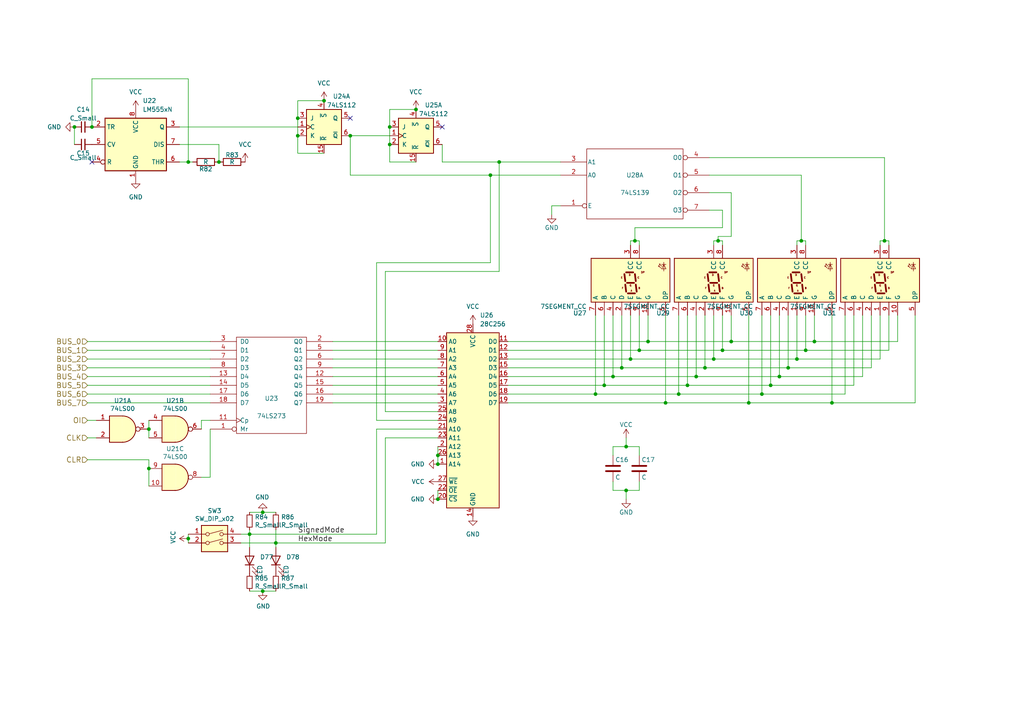
<source format=kicad_sch>
(kicad_sch (version 20211123) (generator eeschema)
  (paper "A4")
  (lib_symbols
    (symbol "74xx:74LS00" (pin_names (offset 1.016))
      (property "Reference" "U" (at 0 1.27 0))
      (property "Value" "74LS00" (at 0 -1.27 0))
      (symbol "74LS00_1_1"
        (arc (start 0 -3.81) (mid 3.81 0) (end 0 3.81) (stroke (width 0.254)) (fill (type background)))
        (polyline (pts (xy 0 3.81) (xy -3.81 3.81) (xy -3.81 -3.81) (xy 0 -3.81)) (stroke (width 0.254)) (fill (type background)))
        (pin input line (at -7.62 2.54 0) (length 3.81) (name "~") (number "1"))
        (pin input line (at -7.62 -2.54 0) (length 3.81) (name "~") (number "2"))
        (pin output inverted (at 7.62 0 180) (length 3.81) (name "~") (number "3"))
      )
      (symbol "74LS00_1_2"
        (arc (start -3.81 -3.81) (mid -2.589 0) (end -3.81 3.81) (stroke (width 0.254)))
        (arc (start -0.6096 -3.81) (mid 2.1842 -2.5851) (end 3.81 0) (stroke (width 0.254)) (fill (type background)))
        (polyline (pts (xy -3.81 -3.81) (xy -0.635 -3.81)) (stroke (width 0.254)) (fill (type background)))
        (polyline (pts (xy -3.81 3.81) (xy -0.635 3.81)) (stroke (width 0.254)) (fill (type background)))
        (polyline (pts (xy -0.635 3.81) (xy -3.81 3.81) (xy -3.81 3.81) (xy -3.556 3.4036) (xy -3.0226 2.2606) (xy -2.6924 1.0414) (xy -2.6162 -0.254) (xy -2.7686 -1.4986) (xy -3.175 -2.7178) (xy -3.81 -3.81) (xy -3.81 -3.81) (xy -0.635 -3.81)) (stroke (width -25.4)) (fill (type background)))
        (arc (start 3.81 0) (mid 2.1915 2.5936) (end -0.6096 3.81) (stroke (width 0.254)) (fill (type background)))
        (pin input inverted (at -7.62 2.54 0) (length 4.318) (name "~") (number "1"))
        (pin input inverted (at -7.62 -2.54 0) (length 4.318) (name "~") (number "2"))
        (pin output line (at 7.62 0 180) (length 3.81) (name "~") (number "3"))
      )
      (symbol "74LS00_2_1"
        (arc (start 0 -3.81) (mid 3.81 0) (end 0 3.81) (stroke (width 0.254)) (fill (type background)))
        (polyline (pts (xy 0 3.81) (xy -3.81 3.81) (xy -3.81 -3.81) (xy 0 -3.81)) (stroke (width 0.254)) (fill (type background)))
        (pin input line (at -7.62 2.54 0) (length 3.81) (name "~") (number "4"))
        (pin input line (at -7.62 -2.54 0) (length 3.81) (name "~") (number "5"))
        (pin output inverted (at 7.62 0 180) (length 3.81) (name "~") (number "6"))
      )
      (symbol "74LS00_2_2"
        (arc (start -3.81 -3.81) (mid -2.589 0) (end -3.81 3.81) (stroke (width 0.254)))
        (arc (start -0.6096 -3.81) (mid 2.1842 -2.5851) (end 3.81 0) (stroke (width 0.254)) (fill (type background)))
        (polyline (pts (xy -3.81 -3.81) (xy -0.635 -3.81)) (stroke (width 0.254)) (fill (type background)))
        (polyline (pts (xy -3.81 3.81) (xy -0.635 3.81)) (stroke (width 0.254)) (fill (type background)))
        (polyline (pts (xy -0.635 3.81) (xy -3.81 3.81) (xy -3.81 3.81) (xy -3.556 3.4036) (xy -3.0226 2.2606) (xy -2.6924 1.0414) (xy -2.6162 -0.254) (xy -2.7686 -1.4986) (xy -3.175 -2.7178) (xy -3.81 -3.81) (xy -3.81 -3.81) (xy -0.635 -3.81)) (stroke (width -25.4)) (fill (type background)))
        (arc (start 3.81 0) (mid 2.1915 2.5936) (end -0.6096 3.81) (stroke (width 0.254)) (fill (type background)))
        (pin input inverted (at -7.62 2.54 0) (length 4.318) (name "~") (number "4"))
        (pin input inverted (at -7.62 -2.54 0) (length 4.318) (name "~") (number "5"))
        (pin output line (at 7.62 0 180) (length 3.81) (name "~") (number "6"))
      )
      (symbol "74LS00_3_1"
        (arc (start 0 -3.81) (mid 3.81 0) (end 0 3.81) (stroke (width 0.254)) (fill (type background)))
        (polyline (pts (xy 0 3.81) (xy -3.81 3.81) (xy -3.81 -3.81) (xy 0 -3.81)) (stroke (width 0.254)) (fill (type background)))
        (pin input line (at -7.62 -2.54 0) (length 3.81) (name "~") (number "10"))
        (pin output inverted (at 7.62 0 180) (length 3.81) (name "~") (number "8"))
        (pin input line (at -7.62 2.54 0) (length 3.81) (name "~") (number "9"))
      )
      (symbol "74LS00_3_2"
        (arc (start -3.81 -3.81) (mid -2.589 0) (end -3.81 3.81) (stroke (width 0.254)))
        (arc (start -0.6096 -3.81) (mid 2.1842 -2.5851) (end 3.81 0) (stroke (width 0.254)) (fill (type background)))
        (polyline (pts (xy -3.81 -3.81) (xy -0.635 -3.81)) (stroke (width 0.254)) (fill (type background)))
        (polyline (pts (xy -3.81 3.81) (xy -0.635 3.81)) (stroke (width 0.254)) (fill (type background)))
        (polyline (pts (xy -0.635 3.81) (xy -3.81 3.81) (xy -3.81 3.81) (xy -3.556 3.4036) (xy -3.0226 2.2606) (xy -2.6924 1.0414) (xy -2.6162 -0.254) (xy -2.7686 -1.4986) (xy -3.175 -2.7178) (xy -3.81 -3.81) (xy -3.81 -3.81) (xy -0.635 -3.81)) (stroke (width -25.4)) (fill (type background)))
        (arc (start 3.81 0) (mid 2.1915 2.5936) (end -0.6096 3.81) (stroke (width 0.254)) (fill (type background)))
        (pin input inverted (at -7.62 -2.54 0) (length 4.318) (name "~") (number "10"))
        (pin output line (at 7.62 0 180) (length 3.81) (name "~") (number "8"))
        (pin input inverted (at -7.62 2.54 0) (length 4.318) (name "~") (number "9"))
      )
      (symbol "74LS00_4_1"
        (arc (start 0 -3.81) (mid 3.81 0) (end 0 3.81) (stroke (width 0.254)) (fill (type background)))
        (polyline (pts (xy 0 3.81) (xy -3.81 3.81) (xy -3.81 -3.81) (xy 0 -3.81)) (stroke (width 0.254)) (fill (type background)))
        (pin output inverted (at 7.62 0 180) (length 3.81) (name "~") (number "11"))
        (pin input line (at -7.62 2.54 0) (length 3.81) (name "~") (number "12"))
        (pin input line (at -7.62 -2.54 0) (length 3.81) (name "~") (number "13"))
      )
      (symbol "74LS00_4_2"
        (arc (start -3.81 -3.81) (mid -2.589 0) (end -3.81 3.81) (stroke (width 0.254)))
        (arc (start -0.6096 -3.81) (mid 2.1842 -2.5851) (end 3.81 0) (stroke (width 0.254)) (fill (type background)))
        (polyline (pts (xy -3.81 -3.81) (xy -0.635 -3.81)) (stroke (width 0.254)) (fill (type background)))
        (polyline (pts (xy -3.81 3.81) (xy -0.635 3.81)) (stroke (width 0.254)) (fill (type background)))
        (polyline (pts (xy -0.635 3.81) (xy -3.81 3.81) (xy -3.81 3.81) (xy -3.556 3.4036) (xy -3.0226 2.2606) (xy -2.6924 1.0414) (xy -2.6162 -0.254) (xy -2.7686 -1.4986) (xy -3.175 -2.7178) (xy -3.81 -3.81) (xy -3.81 -3.81) (xy -0.635 -3.81)) (stroke (width -25.4)) (fill (type background)))
        (arc (start 3.81 0) (mid 2.1915 2.5936) (end -0.6096 3.81) (stroke (width 0.254)) (fill (type background)))
        (pin output line (at 7.62 0 180) (length 3.81) (name "~") (number "11"))
        (pin input inverted (at -7.62 2.54 0) (length 4.318) (name "~") (number "12"))
        (pin input inverted (at -7.62 -2.54 0) (length 4.318) (name "~") (number "13"))
      )
      (symbol "74LS00_5_0"
        (pin power_in line (at 0 12.7 270) (length 5.08) (name "VCC") (number "14"))
        (pin power_in line (at 0 -12.7 90) (length 5.08) (name "GND") (number "7"))
      )
      (symbol "74LS00_5_1"
        (rectangle (start -5.08 7.62) (end 5.08 -7.62) (stroke (width 0.254)) (fill (type background)))
      )
    )
    (symbol "74xx:74LS112" (pin_names (offset 1.016))
      (property "Reference" "U" (at -7.62 8.89 0))
      (property "Value" "74LS112" (at -7.62 -8.89 0))
      (symbol "74LS112_1_0"
        (pin input clock (at -7.62 0 0) (length 2.54) (name "C") (number "1"))
        (pin input line (at 0 -7.62 90) (length 2.54) (name "~{R}") (number "15"))
        (pin input line (at -7.62 -2.54 0) (length 2.54) (name "K") (number "2"))
        (pin input line (at -7.62 2.54 0) (length 2.54) (name "J") (number "3"))
        (pin input line (at 0 7.62 270) (length 2.54) (name "~{S}") (number "4"))
        (pin output line (at 7.62 2.54 180) (length 2.54) (name "Q") (number "5"))
        (pin output line (at 7.62 -2.54 180) (length 2.54) (name "~{Q}") (number "6"))
      )
      (symbol "74LS112_1_1"
        (rectangle (start -5.08 5.08) (end 5.08 -5.08) (stroke (width 0.254)) (fill (type background)))
      )
      (symbol "74LS112_2_0"
        (pin input line (at 0 7.62 270) (length 2.54) (name "~{S}") (number "10"))
        (pin input line (at -7.62 2.54 0) (length 2.54) (name "J") (number "11"))
        (pin input line (at -7.62 -2.54 0) (length 2.54) (name "K") (number "12"))
        (pin input clock (at -7.62 0 0) (length 2.54) (name "C") (number "13"))
        (pin input line (at 0 -7.62 90) (length 2.54) (name "~{R}") (number "14"))
        (pin output line (at 7.62 -2.54 180) (length 2.54) (name "~{Q}") (number "7"))
        (pin output line (at 7.62 2.54 180) (length 2.54) (name "Q") (number "9"))
      )
      (symbol "74LS112_2_1"
        (rectangle (start -5.08 5.08) (end 5.08 -5.08) (stroke (width 0.254)) (fill (type background)))
      )
      (symbol "74LS112_3_0"
        (pin power_in line (at 0 10.16 270) (length 2.54) (name "VCC") (number "16"))
        (pin power_in line (at 0 -10.16 90) (length 2.54) (name "GND") (number "8"))
      )
      (symbol "74LS112_3_1"
        (rectangle (start -5.08 7.62) (end 5.08 -7.62) (stroke (width 0.254)) (fill (type background)))
      )
    )
    (symbol "8bit-computer-rescue:74LS139-8bit-computer-rescue" (pin_names (offset 0.254))
      (property "Reference" "U" (at 0 2.54 0))
      (property "Value" "74LS139-8bit-computer-rescue" (at 0 -2.54 0))
      (symbol "74LS139-8bit-computer-rescue_0_0"
        (rectangle (start -13.97 -10.16) (end 13.97 10.16))
        (pin power_in line (at -11.43 10.16 90) (length 0) hide (name "VCC") (number "16"))
        (pin power_in line (at -11.43 -10.16 90) (length 0) hide (name "GND") (number "8"))
      )
      (symbol "74LS139-8bit-computer-rescue_1_1"
        (pin input inverted (at -21.59 -6.35 0) (length 7.62) (name "E") (number "1"))
        (pin input line (at -21.59 2.54 0) (length 7.62) (name "A0") (number "2"))
        (pin input line (at -21.59 6.35 0) (length 7.62) (name "A1") (number "3"))
        (pin output inverted (at 21.59 7.62 180) (length 7.62) (name "O0") (number "4"))
        (pin output inverted (at 21.59 2.54 180) (length 7.62) (name "O1") (number "5"))
        (pin output inverted (at 21.59 -2.54 180) (length 7.62) (name "O2") (number "6"))
        (pin output inverted (at 21.59 -7.62 180) (length 7.62) (name "O3") (number "7"))
      )
      (symbol "74LS139-8bit-computer-rescue_2_1"
        (pin output inverted (at 21.59 -2.54 180) (length 7.62) (name "O2") (number "10"))
        (pin output inverted (at 21.59 2.54 180) (length 7.62) (name "O1") (number "11"))
        (pin output inverted (at 21.59 7.62 180) (length 7.62) (name "O0") (number "12"))
        (pin input line (at -21.59 6.35 0) (length 7.62) (name "A1") (number "13"))
        (pin input line (at -21.59 2.54 0) (length 7.62) (name "A0") (number "14"))
        (pin input inverted (at -21.59 -6.35 0) (length 7.62) (name "E") (number "15"))
        (pin output inverted (at 21.59 -7.62 180) (length 7.62) (name "O3") (number "9"))
      )
    )
    (symbol "8bit-computer-rescue:74LS273-8bit-computer-rescue" (pin_names (offset 1.016))
      (property "Reference" "U" (at 0 -3.81 0))
      (property "Value" "74LS273-8bit-computer-rescue" (at 0 -8.89 0))
      (symbol "74LS273-8bit-computer-rescue_0_0"
        (pin power_in line (at -7.62 -13.97 90) (length 0) hide (name "GND") (number "10"))
        (pin power_in line (at -7.62 13.97 90) (length 0) hide (name "VCC") (number "20"))
      )
      (symbol "74LS273-8bit-computer-rescue_0_1"
        (rectangle (start -10.16 13.97) (end 10.16 -13.97))
      )
      (symbol "74LS273-8bit-computer-rescue_1_1"
        (pin input inverted (at -17.78 -12.7 0) (length 7.62) (name "Mr") (number "1"))
        (pin input clock (at -17.78 -10.16 0) (length 7.62) (name "Cp") (number "11"))
        (pin output line (at 17.78 2.54 180) (length 7.62) (name "Q4") (number "12"))
        (pin input line (at -17.78 2.54 0) (length 7.62) (name "D4") (number "13"))
        (pin input line (at -17.78 0 0) (length 7.62) (name "D5") (number "14"))
        (pin output line (at 17.78 0 180) (length 7.62) (name "Q5") (number "15"))
        (pin output line (at 17.78 -2.54 180) (length 7.62) (name "Q6") (number "16"))
        (pin input line (at -17.78 -2.54 0) (length 7.62) (name "D6") (number "17"))
        (pin input line (at -17.78 -5.08 0) (length 7.62) (name "D7") (number "18"))
        (pin output line (at 17.78 -5.08 180) (length 7.62) (name "Q7") (number "19"))
        (pin output line (at 17.78 12.7 180) (length 7.62) (name "Q0") (number "2"))
        (pin input line (at -17.78 12.7 0) (length 7.62) (name "D0") (number "3"))
        (pin input line (at -17.78 10.16 0) (length 7.62) (name "D1") (number "4"))
        (pin output line (at 17.78 10.16 180) (length 7.62) (name "Q1") (number "5"))
        (pin output line (at 17.78 7.62 180) (length 7.62) (name "Q2") (number "6"))
        (pin input line (at -17.78 7.62 0) (length 7.62) (name "D2") (number "7"))
        (pin input line (at -17.78 5.08 0) (length 7.62) (name "D3") (number "8"))
        (pin output line (at 17.78 5.08 180) (length 7.62) (name "Q3") (number "9"))
      )
    )
    (symbol "8bit-computer-rescue:7SEGMENT_CC-8bit-computer-rescue" (pin_names (offset 0.635))
      (property "Reference" "U" (at -12.7 9.525 0))
      (property "Value" "7SEGMENT_CC-8bit-computer-rescue" (at -12.7 7.62 0))
      (symbol "7SEGMENT_CC-8bit-computer-rescue_0_0"
        (text "A" (at 0.254 3.048 0) (effects (font (size 0.508 0.508))))
        (text "B" (at 2.54 2.286 0) (effects (font (size 0.508 0.508))))
        (text "C" (at 2.286 -0.762 0) (effects (font (size 0.508 0.508))))
        (text "D" (at -0.254 -1.524 0) (effects (font (size 0.508 0.508))))
        (text "DP" (at 3.556 -2.286 0) (effects (font (size 0.508 0.508))))
        (text "E" (at -2.54 -0.762 0) (effects (font (size 0.508 0.508))))
        (text "F" (at -2.286 2.286 0) (effects (font (size 0.508 0.508))))
        (text "G" (at 0 1.524 0) (effects (font (size 0.508 0.508))))
      )
      (symbol "7SEGMENT_CC-8bit-computer-rescue_0_1"
        (rectangle (start -11.43 -6.35) (end 11.43 6.35) (stroke (width 0.254)) (fill (type background)))
        (polyline (pts (xy -1.524 0.254) (xy -1.778 -1.778)) (stroke (width 0.508)))
        (polyline (pts (xy -1.27 -2.286) (xy 0.762 -2.286)) (stroke (width 0.508)))
        (polyline (pts (xy -1.27 3.302) (xy -1.524 1.27)) (stroke (width 0.508)))
        (polyline (pts (xy -1.016 0.762) (xy 1.016 0.762)) (stroke (width 0.508)))
        (polyline (pts (xy -0.762 3.81) (xy 1.27 3.81)) (stroke (width 0.508)))
        (polyline (pts (xy 1.524 0.254) (xy 1.27 -1.778)) (stroke (width 0.508)))
        (polyline (pts (xy 1.778 3.302) (xy 1.524 1.27)) (stroke (width 0.508)))
        (polyline (pts (xy 2.54 -2.286) (xy 2.54 -2.286)) (stroke (width 0.508)))
        (polyline (pts (xy 8.763 -3.556) (xy 8.128 -4.191)))
        (polyline (pts (xy 9.017 -4.572) (xy 10.287 -4.572)))
        (polyline (pts (xy 9.017 -4.064) (xy 8.382 -4.699)))
        (polyline (pts (xy 9.652 -5.207) (xy 9.652 -2.667)))
        (polyline (pts (xy 8.128 -3.937) (xy 8.128 -4.191) (xy 8.382 -4.191)))
        (polyline (pts (xy 8.382 -4.445) (xy 8.382 -4.699) (xy 8.636 -4.699)))
        (polyline (pts (xy 9.017 -3.302) (xy 10.287 -3.302) (xy 9.652 -4.572) (xy 9.017 -3.302)))
      )
      (symbol "7SEGMENT_CC-8bit-computer-rescue_1_1"
        (pin input line (at 0 10.16 270) (length 3.81) (name "E") (number "1"))
        (pin input line (at 5.08 10.16 270) (length 3.81) (name "G") (number "10"))
        (pin input line (at -2.54 10.16 270) (length 3.81) (name "D") (number "2"))
        (pin input line (at 0 -10.16 90) (length 3.81) (name "CC") (number "3"))
        (pin input line (at -5.08 10.16 270) (length 3.81) (name "C") (number "4"))
        (pin input line (at 10.16 10.16 270) (length 3.81) (name "DP") (number "5"))
        (pin input line (at -7.62 10.16 270) (length 3.81) (name "B") (number "6"))
        (pin input line (at -10.16 10.16 270) (length 3.81) (name "A") (number "7"))
        (pin input line (at 2.54 -10.16 90) (length 3.81) (name "CC") (number "8"))
        (pin input line (at 2.54 10.16 270) (length 3.81) (name "F") (number "9"))
      )
    )
    (symbol "Device:C" (pin_numbers hide) (pin_names (offset 0.254))
      (property "Reference" "C" (at 0.635 2.54 0))
      (property "Value" "C" (at 0.635 -2.54 0))
      (symbol "C_0_1"
        (polyline (pts (xy -2.032 -0.762) (xy 2.032 -0.762)) (stroke (width 0.508)))
        (polyline (pts (xy -2.032 0.762) (xy 2.032 0.762)) (stroke (width 0.508)))
      )
      (symbol "C_1_1"
        (pin passive line (at 0 3.81 270) (length 2.794) (name "~") (number "1"))
        (pin passive line (at 0 -3.81 90) (length 2.794) (name "~") (number "2"))
      )
    )
    (symbol "Device:C_Small" (pin_numbers hide) (pin_names (offset 0.254) hide)
      (property "Reference" "C" (at 0.254 1.778 0))
      (property "Value" "C_Small" (at 0.254 -2.032 0))
      (symbol "C_Small_0_1"
        (polyline (pts (xy -1.524 -0.508) (xy 1.524 -0.508)) (stroke (width 0.3302)))
        (polyline (pts (xy -1.524 0.508) (xy 1.524 0.508)) (stroke (width 0.3048)))
      )
      (symbol "C_Small_1_1"
        (pin passive line (at 0 2.54 270) (length 2.032) (name "~") (number "1"))
        (pin passive line (at 0 -2.54 90) (length 2.032) (name "~") (number "2"))
      )
    )
    (symbol "Device:LED" (pin_numbers hide) (pin_names (offset 1.016) hide)
      (property "Reference" "D" (at 0 2.54 0))
      (property "Value" "LED" (at 0 -2.54 0))
      (symbol "LED_0_1"
        (polyline (pts (xy -1.27 -1.27) (xy -1.27 1.27)) (stroke (width 0.254)))
        (polyline (pts (xy -1.27 0) (xy 1.27 0)))
        (polyline (pts (xy 1.27 -1.27) (xy 1.27 1.27) (xy -1.27 0) (xy 1.27 -1.27)) (stroke (width 0.254)))
        (polyline (pts (xy -3.048 -0.762) (xy -4.572 -2.286) (xy -3.81 -2.286) (xy -4.572 -2.286) (xy -4.572 -1.524)))
        (polyline (pts (xy -1.778 -0.762) (xy -3.302 -2.286) (xy -2.54 -2.286) (xy -3.302 -2.286) (xy -3.302 -1.524)))
      )
      (symbol "LED_1_1"
        (pin passive line (at -3.81 0 0) (length 2.54) (name "K") (number "1"))
        (pin passive line (at 3.81 0 180) (length 2.54) (name "A") (number "2"))
      )
    )
    (symbol "Device:R" (pin_numbers hide) (pin_names (offset 0))
      (property "Reference" "R" (at 2.032 0 90))
      (property "Value" "R" (at 0 0 90))
      (symbol "R_0_1"
        (rectangle (start -1.016 -2.54) (end 1.016 2.54) (stroke (width 0.254)))
      )
      (symbol "R_1_1"
        (pin passive line (at 0 3.81 270) (length 1.27) (name "~") (number "1"))
        (pin passive line (at 0 -3.81 90) (length 1.27) (name "~") (number "2"))
      )
    )
    (symbol "Device:R_Small" (pin_numbers hide) (pin_names (offset 0.254) hide)
      (property "Reference" "R" (at 0.762 0.508 0))
      (property "Value" "R_Small" (at 0.762 -1.016 0))
      (symbol "R_Small_0_1"
        (rectangle (start -0.762 1.778) (end 0.762 -1.778) (stroke (width 0.2032)))
      )
      (symbol "R_Small_1_1"
        (pin passive line (at 0 2.54 270) (length 0.762) (name "~") (number "1"))
        (pin passive line (at 0 -2.54 90) (length 0.762) (name "~") (number "2"))
      )
    )
    (symbol "Memory_EEPROM:28C256"
      (property "Reference" "U" (at -7.62 26.67 0))
      (property "Value" "28C256" (at 2.54 -26.67 0))
      (symbol "28C256_1_1"
        (rectangle (start -7.62 25.4) (end 7.62 -25.4) (stroke (width 0.254)) (fill (type background)))
        (pin input line (at -10.16 -12.7 0) (length 2.54) (name "A14") (number "1"))
        (pin input line (at -10.16 22.86 0) (length 2.54) (name "A0") (number "10"))
        (pin tri_state line (at 10.16 22.86 180) (length 2.54) (name "D0") (number "11"))
        (pin tri_state line (at 10.16 20.32 180) (length 2.54) (name "D1") (number "12"))
        (pin tri_state line (at 10.16 17.78 180) (length 2.54) (name "D2") (number "13"))
        (pin power_in line (at 0 -27.94 90) (length 2.54) (name "GND") (number "14"))
        (pin tri_state line (at 10.16 15.24 180) (length 2.54) (name "D3") (number "15"))
        (pin tri_state line (at 10.16 12.7 180) (length 2.54) (name "D4") (number "16"))
        (pin tri_state line (at 10.16 10.16 180) (length 2.54) (name "D5") (number "17"))
        (pin tri_state line (at 10.16 7.62 180) (length 2.54) (name "D6") (number "18"))
        (pin tri_state line (at 10.16 5.08 180) (length 2.54) (name "D7") (number "19"))
        (pin input line (at -10.16 -7.62 0) (length 2.54) (name "A12") (number "2"))
        (pin input line (at -10.16 -22.86 0) (length 2.54) (name "~{CS}") (number "20"))
        (pin input line (at -10.16 -2.54 0) (length 2.54) (name "A10") (number "21"))
        (pin input line (at -10.16 -20.32 0) (length 2.54) (name "~{OE}") (number "22"))
        (pin input line (at -10.16 -5.08 0) (length 2.54) (name "A11") (number "23"))
        (pin input line (at -10.16 0 0) (length 2.54) (name "A9") (number "24"))
        (pin input line (at -10.16 2.54 0) (length 2.54) (name "A8") (number "25"))
        (pin input line (at -10.16 -10.16 0) (length 2.54) (name "A13") (number "26"))
        (pin input line (at -10.16 -17.78 0) (length 2.54) (name "~{WE}") (number "27"))
        (pin power_in line (at 0 27.94 270) (length 2.54) (name "VCC") (number "28"))
        (pin input line (at -10.16 5.08 0) (length 2.54) (name "A7") (number "3"))
        (pin input line (at -10.16 7.62 0) (length 2.54) (name "A6") (number "4"))
        (pin input line (at -10.16 10.16 0) (length 2.54) (name "A5") (number "5"))
        (pin input line (at -10.16 12.7 0) (length 2.54) (name "A4") (number "6"))
        (pin input line (at -10.16 15.24 0) (length 2.54) (name "A3") (number "7"))
        (pin input line (at -10.16 17.78 0) (length 2.54) (name "A2") (number "8"))
        (pin input line (at -10.16 20.32 0) (length 2.54) (name "A1") (number "9"))
      )
    )
    (symbol "Switch:SW_DIP_x02" (pin_names (offset 0) hide)
      (property "Reference" "SW" (at 0 6.35 0))
      (property "Value" "SW_DIP_x02" (at 0 -3.81 0))
      (symbol "SW_DIP_x02_0_0"
        (circle (center -2.032 0) (radius 0.508))
        (circle (center -2.032 2.54) (radius 0.508))
        (polyline (pts (xy -1.524 0.127) (xy 2.3622 1.1684)))
        (polyline (pts (xy -1.524 2.667) (xy 2.3622 3.7084)))
        (circle (center 2.032 0) (radius 0.508))
        (circle (center 2.032 2.54) (radius 0.508))
      )
      (symbol "SW_DIP_x02_0_1"
        (rectangle (start -3.81 5.08) (end 3.81 -2.54) (stroke (width 0.254)) (fill (type background)))
      )
      (symbol "SW_DIP_x02_1_1"
        (pin passive line (at -7.62 2.54 0) (length 5.08) (name "~") (number "1"))
        (pin passive line (at -7.62 0 0) (length 5.08) (name "~") (number "2"))
        (pin passive line (at 7.62 0 180) (length 5.08) (name "~") (number "3"))
        (pin passive line (at 7.62 2.54 180) (length 5.08) (name "~") (number "4"))
      )
    )
    (symbol "Timer:LM555xN"
      (property "Reference" "U" (at -10.16 8.89 0))
      (property "Value" "LM555xN" (at 2.54 8.89 0))
      (symbol "LM555xN_0_0"
        (pin power_in line (at 0 -10.16 90) (length 2.54) (name "GND") (number "1"))
        (pin power_in line (at 0 10.16 270) (length 2.54) (name "VCC") (number "8"))
      )
      (symbol "LM555xN_0_1"
        (rectangle (start -8.89 -7.62) (end 8.89 7.62) (stroke (width 0.254)) (fill (type background)))
        (rectangle (start -8.89 -7.62) (end 8.89 7.62) (stroke (width 0.254)) (fill (type background)))
      )
      (symbol "LM555xN_1_1"
        (pin input line (at -12.7 5.08 0) (length 3.81) (name "TR") (number "2"))
        (pin output line (at 12.7 5.08 180) (length 3.81) (name "Q") (number "3"))
        (pin input inverted (at -12.7 -5.08 0) (length 3.81) (name "R") (number "4"))
        (pin input line (at -12.7 0 0) (length 3.81) (name "CV") (number "5"))
        (pin input line (at 12.7 -5.08 180) (length 3.81) (name "THR") (number "6"))
        (pin input line (at 12.7 0 180) (length 3.81) (name "DIS") (number "7"))
      )
    )
    (symbol "power:GND" (power) (pin_names (offset 0))
      (property "Value" "GND" (at 0 -3.81 0))
      (symbol "GND_0_1"
        (polyline (pts (xy 0 0) (xy 0 -1.27) (xy 1.27 -1.27) (xy 0 -2.54) (xy -1.27 -1.27) (xy 0 -1.27)))
      )
      (symbol "GND_1_1"
        (pin power_in line (at 0 0 270) (length 0) hide (name "GND") (number "1"))
      )
    )
    (symbol "power:VCC" (power) (pin_names (offset 0))
      (property "Value" "VCC" (at 0 3.81 0))
      (symbol "VCC_0_1"
        (polyline (pts (xy -0.762 1.27) (xy 0 2.54)))
        (polyline (pts (xy 0 0) (xy 0 2.54)))
        (polyline (pts (xy 0 2.54) (xy 0.762 1.27)))
      )
      (symbol "VCC_1_1"
        (pin power_in line (at 0 0 90) (length 0) hide (name "VCC") (number "1"))
      )
    )
  )
  (junction (at 199.39 111.76))
  (junction (at 220.98 114.3))
  (junction (at 76.2 171.45))
  (junction (at 86.36 39.37))
  (junction (at 201.93 109.22))
  (junction (at 217.17 116.84))
  (junction (at 175.26 111.76))
  (junction (at 209.55 101.6))
  (junction (at 185.42 101.6))
  (junction (at 212.09 99.06))
  (junction (at 256.54 69.85))
  (junction (at 223.52 111.76))
  (junction (at 241.3 116.84))
  (junction (at 113.03 36.83))
  (junction (at 142.24 50.8))
  (junction (at 233.68 101.6))
  (junction (at 208.28 69.85))
  (junction (at 182.88 104.14))
  (junction (at 193.04 116.84))
  (junction (at 86.36 34.29))
  (junction (at 144.78 46.99))
  (junction (at 63.5 46.99))
  (junction (at 228.6 106.68))
  (junction (at 187.96 99.06))
  (junction (at 72.39 154.94))
  (junction (at 232.41 69.85))
  (junction (at 120.65 31.75))
  (junction (at 43.18 124.46))
  (junction (at 127 144.78))
  (junction (at 180.34 106.68))
  (junction (at 26.67 36.83))
  (junction (at 127 132.08))
  (junction (at 181.61 129.54))
  (junction (at 43.18 135.89))
  (junction (at 184.15 69.85))
  (junction (at 76.2 148.59))
  (junction (at 101.6 39.37))
  (junction (at 204.47 106.68))
  (junction (at 113.03 41.91))
  (junction (at 181.61 142.24))
  (junction (at 236.22 99.06))
  (junction (at 54.61 156.21))
  (junction (at 226.06 109.22))
  (junction (at 207.01 104.14))
  (junction (at 93.98 29.21))
  (junction (at 231.14 104.14))
  (junction (at 21.59 36.83))
  (junction (at 196.85 114.3))
  (junction (at 177.8 109.22))
  (junction (at 127 134.62))
  (junction (at 80.01 157.48))
  (junction (at 172.72 114.3))
  (junction (at 54.61 46.99))
  (no_connect (at 26.67 46.99))
  (no_connect (at 101.6 34.29))
  (no_connect (at 128.27 36.83))
  (wire (pts (xy 184.15 69.85) (xy 184.15 66.04)))
  (wire (pts (xy 208.28 69.85) (xy 209.55 69.85)))
  (wire (pts (xy 162.56 59.69) (xy 160.02 59.69)))
  (wire (pts (xy 111.76 127) (xy 111.76 157.48)))
  (wire (pts (xy 257.81 101.6) (xy 257.81 91.44)))
  (wire (pts (xy 212.09 55.88) (xy 205.74 55.88)))
  (wire (pts (xy 177.8 142.24) (xy 181.61 142.24)))
  (wire (pts (xy 209.55 69.85) (xy 209.55 71.12)))
  (wire (pts (xy 109.22 76.2) (xy 142.24 76.2)))
  (wire (pts (xy 193.04 91.44) (xy 193.04 116.84)))
  (wire (pts (xy 201.93 109.22) (xy 201.93 91.44)))
  (wire (pts (xy 241.3 116.84) (xy 241.3 91.44)))
  (wire (pts (xy 209.55 101.6) (xy 233.68 101.6)))
  (wire (pts (xy 185.42 101.6) (xy 209.55 101.6)))
  (wire (pts (xy 255.27 71.12) (xy 255.27 69.85)))
  (wire (pts (xy 43.18 135.89) (xy 43.18 140.97)))
  (wire (pts (xy 181.61 142.24) (xy 181.61 144.78)))
  (wire (pts (xy 54.61 46.99) (xy 55.88 46.99)))
  (wire (pts (xy 233.68 69.85) (xy 233.68 71.12)))
  (wire (pts (xy 217.17 116.84) (xy 241.3 116.84)))
  (wire (pts (xy 96.52 109.22) (xy 127 109.22)))
  (wire (pts (xy 236.22 99.06) (xy 260.35 99.06)))
  (wire (pts (xy 199.39 111.76) (xy 199.39 91.44)))
  (wire (pts (xy 127 121.92) (xy 109.22 121.92)))
  (wire (pts (xy 180.34 106.68) (xy 180.34 91.44)))
  (wire (pts (xy 208.28 69.85) (xy 208.28 68.58)))
  (wire (pts (xy 184.15 66.04) (xy 209.55 66.04)))
  (wire (pts (xy 255.27 69.85) (xy 256.54 69.85)))
  (wire (pts (xy 231.14 69.85) (xy 232.41 69.85)))
  (wire (pts (xy 182.88 69.85) (xy 184.15 69.85)))
  (wire (pts (xy 113.03 41.91) (xy 113.03 46.99)))
  (wire (pts (xy 209.55 60.96) (xy 205.74 60.96)))
  (wire (pts (xy 96.52 106.68) (xy 127 106.68)))
  (wire (pts (xy 181.61 129.54) (xy 185.42 129.54)))
  (wire (pts (xy 58.42 124.46) (xy 58.42 121.92)))
  (wire (pts (xy 113.03 46.99) (xy 120.65 46.99)))
  (wire (pts (xy 177.8 132.08) (xy 177.8 129.54)))
  (wire (pts (xy 209.55 91.44) (xy 209.55 101.6)))
  (wire (pts (xy 21.59 36.83) (xy 21.59 41.91)))
  (wire (pts (xy 185.42 69.85) (xy 185.42 71.12)))
  (wire (pts (xy 223.52 111.76) (xy 223.52 91.44)))
  (wire (pts (xy 180.34 106.68) (xy 204.47 106.68)))
  (wire (pts (xy 185.42 101.6) (xy 185.42 91.44)))
  (wire (pts (xy 109.22 124.46) (xy 127 124.46)))
  (wire (pts (xy 181.61 127) (xy 181.61 129.54)))
  (wire (pts (xy 182.88 71.12) (xy 182.88 69.85)))
  (wire (pts (xy 193.04 116.84) (xy 217.17 116.84)))
  (wire (pts (xy 80.01 153.67) (xy 80.01 157.48)))
  (wire (pts (xy 160.02 59.69) (xy 160.02 62.23)))
  (wire (pts (xy 232.41 50.8) (xy 205.74 50.8)))
  (wire (pts (xy 25.4 121.92) (xy 27.94 121.92)))
  (wire (pts (xy 113.03 31.75) (xy 113.03 36.83)))
  (wire (pts (xy 201.93 109.22) (xy 226.06 109.22)))
  (wire (pts (xy 184.15 69.85) (xy 185.42 69.85)))
  (wire (pts (xy 72.39 148.59) (xy 76.2 148.59)))
  (wire (pts (xy 25.4 106.68) (xy 60.96 106.68)))
  (wire (pts (xy 54.61 22.86) (xy 54.61 46.99)))
  (wire (pts (xy 255.27 104.14) (xy 255.27 91.44)))
  (wire (pts (xy 63.5 41.91) (xy 63.5 46.99)))
  (wire (pts (xy 76.2 148.59) (xy 80.01 148.59)))
  (wire (pts (xy 226.06 109.22) (xy 250.19 109.22)))
  (wire (pts (xy 109.22 121.92) (xy 109.22 76.2)))
  (wire (pts (xy 252.73 106.68) (xy 252.73 91.44)))
  (wire (pts (xy 177.8 109.22) (xy 201.93 109.22)))
  (wire (pts (xy 233.68 101.6) (xy 257.81 101.6)))
  (wire (pts (xy 101.6 39.37) (xy 101.6 50.8)))
  (wire (pts (xy 52.07 36.83) (xy 86.36 36.83)))
  (wire (pts (xy 233.68 91.44) (xy 233.68 101.6)))
  (wire (pts (xy 177.8 139.7) (xy 177.8 142.24)))
  (wire (pts (xy 232.41 69.85) (xy 232.41 50.8)))
  (wire (pts (xy 54.61 154.94) (xy 54.61 156.21)))
  (wire (pts (xy 147.32 104.14) (xy 182.88 104.14)))
  (wire (pts (xy 60.96 99.06) (xy 25.4 99.06)))
  (wire (pts (xy 228.6 106.68) (xy 252.73 106.68)))
  (wire (pts (xy 207.01 69.85) (xy 208.28 69.85)))
  (wire (pts (xy 111.76 119.38) (xy 127 119.38)))
  (wire (pts (xy 204.47 106.68) (xy 228.6 106.68)))
  (wire (pts (xy 208.28 68.58) (xy 212.09 68.58)))
  (wire (pts (xy 228.6 106.68) (xy 228.6 91.44)))
  (wire (pts (xy 245.11 114.3) (xy 245.11 91.44)))
  (wire (pts (xy 220.98 114.3) (xy 245.11 114.3)))
  (wire (pts (xy 25.4 133.35) (xy 43.18 133.35)))
  (wire (pts (xy 96.52 116.84) (xy 127 116.84)))
  (wire (pts (xy 199.39 111.76) (xy 223.52 111.76)))
  (wire (pts (xy 147.32 114.3) (xy 172.72 114.3)))
  (wire (pts (xy 241.3 116.84) (xy 265.43 116.84)))
  (wire (pts (xy 86.36 29.21) (xy 93.98 29.21)))
  (wire (pts (xy 96.52 101.6) (xy 127 101.6)))
  (wire (pts (xy 144.78 46.99) (xy 162.56 46.99)))
  (wire (pts (xy 69.85 154.94) (xy 72.39 154.94)))
  (wire (pts (xy 80.01 157.48) (xy 111.76 157.48)))
  (wire (pts (xy 72.39 153.67) (xy 72.39 154.94)))
  (wire (pts (xy 144.78 46.99) (xy 144.78 78.74)))
  (wire (pts (xy 96.52 114.3) (xy 127 114.3)))
  (wire (pts (xy 182.88 104.14) (xy 207.01 104.14)))
  (wire (pts (xy 127 132.08) (xy 127 134.62)))
  (wire (pts (xy 231.14 104.14) (xy 255.27 104.14)))
  (wire (pts (xy 86.36 34.29) (xy 86.36 39.37)))
  (wire (pts (xy 182.88 91.44) (xy 182.88 104.14)))
  (wire (pts (xy 76.2 171.45) (xy 80.01 171.45)))
  (wire (pts (xy 96.52 111.76) (xy 127 111.76)))
  (wire (pts (xy 60.96 114.3) (xy 25.4 114.3)))
  (wire (pts (xy 205.74 45.72) (xy 256.54 45.72)))
  (wire (pts (xy 86.36 34.29) (xy 86.36 29.21)))
  (wire (pts (xy 256.54 45.72) (xy 256.54 69.85)))
  (wire (pts (xy 101.6 39.37) (xy 113.03 39.37)))
  (wire (pts (xy 247.65 111.76) (xy 247.65 91.44)))
  (wire (pts (xy 142.24 50.8) (xy 162.56 50.8)))
  (wire (pts (xy 113.03 36.83) (xy 113.03 41.91)))
  (wire (pts (xy 265.43 116.84) (xy 265.43 91.44)))
  (wire (pts (xy 52.07 41.91) (xy 63.5 41.91)))
  (wire (pts (xy 26.67 36.83) (xy 26.67 22.86)))
  (wire (pts (xy 172.72 114.3) (xy 196.85 114.3)))
  (wire (pts (xy 196.85 114.3) (xy 220.98 114.3)))
  (wire (pts (xy 181.61 142.24) (xy 185.42 142.24)))
  (wire (pts (xy 127 142.24) (xy 127 144.78)))
  (wire (pts (xy 187.96 91.44) (xy 187.96 99.06)))
  (wire (pts (xy 207.01 104.14) (xy 207.01 91.44)))
  (wire (pts (xy 185.42 142.24) (xy 185.42 139.7)))
  (wire (pts (xy 127 129.54) (xy 127 132.08)))
  (wire (pts (xy 147.32 109.22) (xy 177.8 109.22)))
  (wire (pts (xy 25.4 127) (xy 27.94 127)))
  (wire (pts (xy 43.18 124.46) (xy 43.18 127)))
  (wire (pts (xy 236.22 99.06) (xy 236.22 91.44)))
  (wire (pts (xy 147.32 106.68) (xy 180.34 106.68)))
  (wire (pts (xy 204.47 106.68) (xy 204.47 91.44)))
  (wire (pts (xy 43.18 121.92) (xy 43.18 124.46)))
  (wire (pts (xy 231.14 104.14) (xy 231.14 91.44)))
  (wire (pts (xy 144.78 78.74) (xy 111.76 78.74)))
  (wire (pts (xy 177.8 109.22) (xy 177.8 91.44)))
  (wire (pts (xy 69.85 157.48) (xy 80.01 157.48)))
  (wire (pts (xy 52.07 46.99) (xy 54.61 46.99)))
  (wire (pts (xy 256.54 69.85) (xy 257.81 69.85)))
  (wire (pts (xy 54.61 156.21) (xy 54.61 157.48)))
  (wire (pts (xy 172.72 91.44) (xy 172.72 114.3)))
  (wire (pts (xy 207.01 71.12) (xy 207.01 69.85)))
  (wire (pts (xy 43.18 135.89) (xy 43.18 133.35)))
  (wire (pts (xy 128.27 46.99) (xy 144.78 46.99)))
  (wire (pts (xy 96.52 104.14) (xy 127 104.14)))
  (wire (pts (xy 120.65 31.75) (xy 113.03 31.75)))
  (wire (pts (xy 187.96 99.06) (xy 212.09 99.06)))
  (wire (pts (xy 217.17 116.84) (xy 217.17 91.44)))
  (wire (pts (xy 232.41 69.85) (xy 233.68 69.85)))
  (wire (pts (xy 128.27 41.91) (xy 128.27 46.99)))
  (wire (pts (xy 260.35 99.06) (xy 260.35 91.44)))
  (wire (pts (xy 147.32 101.6) (xy 185.42 101.6)))
  (wire (pts (xy 223.52 111.76) (xy 247.65 111.76)))
  (wire (pts (xy 86.36 39.37) (xy 86.36 44.45)))
  (wire (pts (xy 26.67 22.86) (xy 54.61 22.86)))
  (wire (pts (xy 177.8 129.54) (xy 181.61 129.54)))
  (wire (pts (xy 25.4 116.84) (xy 60.96 116.84)))
  (wire (pts (xy 72.39 154.94) (xy 109.22 154.94)))
  (wire (pts (xy 127 127) (xy 111.76 127)))
  (wire (pts (xy 96.52 99.06) (xy 127 99.06)))
  (wire (pts (xy 60.96 109.22) (xy 25.4 109.22)))
  (wire (pts (xy 142.24 76.2) (xy 142.24 50.8)))
  (wire (pts (xy 196.85 114.3) (xy 196.85 91.44)))
  (wire (pts (xy 147.32 111.76) (xy 175.26 111.76)))
  (wire (pts (xy 147.32 116.84) (xy 193.04 116.84)))
  (wire (pts (xy 185.42 129.54) (xy 185.42 132.08)))
  (wire (pts (xy 58.42 138.43) (xy 60.96 138.43)))
  (wire (pts (xy 212.09 99.06) (xy 236.22 99.06)))
  (wire (pts (xy 58.42 121.92) (xy 60.96 121.92)))
  (wire (pts (xy 175.26 111.76) (xy 175.26 91.44)))
  (wire (pts (xy 226.06 109.22) (xy 226.06 91.44)))
  (wire (pts (xy 72.39 171.45) (xy 76.2 171.45)))
  (wire (pts (xy 109.22 154.94) (xy 109.22 124.46)))
  (wire (pts (xy 86.36 44.45) (xy 93.98 44.45)))
  (wire (pts (xy 257.81 69.85) (xy 257.81 71.12)))
  (wire (pts (xy 209.55 66.04) (xy 209.55 60.96)))
  (wire (pts (xy 175.26 111.76) (xy 199.39 111.76)))
  (wire (pts (xy 212.09 99.06) (xy 212.09 91.44)))
  (wire (pts (xy 25.4 111.76) (xy 60.96 111.76)))
  (wire (pts (xy 60.96 124.46) (xy 60.96 138.43)))
  (wire (pts (xy 60.96 104.14) (xy 25.4 104.14)))
  (wire (pts (xy 220.98 114.3) (xy 220.98 91.44)))
  (wire (pts (xy 101.6 50.8) (xy 142.24 50.8)))
  (wire (pts (xy 72.39 154.94) (xy 72.39 158.75)))
  (wire (pts (xy 80.01 157.48) (xy 80.01 158.75)))
  (wire (pts (xy 207.01 104.14) (xy 231.14 104.14)))
  (wire (pts (xy 250.19 109.22) (xy 250.19 91.44)))
  (wire (pts (xy 212.09 68.58) (xy 212.09 55.88)))
  (wire (pts (xy 111.76 78.74) (xy 111.76 119.38)))
  (wire (pts (xy 147.32 99.06) (xy 187.96 99.06)))
  (wire (pts (xy 231.14 71.12) (xy 231.14 69.85)))
  (wire (pts (xy 25.4 101.6) (xy 60.96 101.6)))
  (label "HexMode" (at 86.36 157.48 0) (effects (font (size 1.524 1.524))))
  (label "SignedMode" (at 86.36 154.94 0) (effects (font (size 1.524 1.524))))
  (hierarchical_label "BUS_6" (shape input) (at 25.4 114.3 180) (effects (font (size 1.524 1.524))))
  (hierarchical_label "BUS_1" (shape input) (at 25.4 101.6 180) (effects (font (size 1.524 1.524))))
  (hierarchical_label "CLR" (shape input) (at 25.4 133.35 180) (effects (font (size 1.524 1.524))))
  (hierarchical_label "OI" (shape input) (at 25.4 121.92 180) (effects (font (size 1.524 1.524))))
  (hierarchical_label "BUS_5" (shape input) (at 25.4 111.76 180) (effects (font (size 1.524 1.524))))
  (hierarchical_label "BUS_0" (shape input) (at 25.4 99.06 180) (effects (font (size 1.524 1.524))))
  (hierarchical_label "BUS_3" (shape input) (at 25.4 106.68 180) (effects (font (size 1.524 1.524))))
  (hierarchical_label "BUS_2" (shape input) (at 25.4 104.14 180) (effects (font (size 1.524 1.524))))
  (hierarchical_label "BUS_7" (shape input) (at 25.4 116.84 180) (effects (font (size 1.524 1.524))))
  (hierarchical_label "BUS_4" (shape input) (at 25.4 109.22 180) (effects (font (size 1.524 1.524))))
  (hierarchical_label "CLK" (shape input) (at 25.4 127 180) (effects (font (size 1.524 1.524))))
  (symbol (lib_id "8bit-computer-rescue:7SEGMENT_CC-8bit-computer-rescue") (at 255.27 81.28 0) (mirror x) (unit 1)
    (property "Reference" "U31" (at 242.57 90.805 0) (effects (justify right)))
    (property "Value" "7SEGMENT_CC" (at 242.57 88.9 0) (effects (justify right)))
    (property "Footprint" "Display_7Segment:7SegmentLED_LTS6760_LTS6780" (effects hide))
  )
  (symbol (lib_id "8bit-computer-rescue:7SEGMENT_CC-8bit-computer-rescue") (at 231.14 81.28 0) (mirror x) (unit 1)
    (property "Reference" "U30" (at 218.44 90.805 0) (effects (justify right)))
    (property "Value" "7SEGMENT_CC" (at 218.44 88.9 0) (effects (justify right)))
    (property "Footprint" "Display_7Segment:7SegmentLED_LTS6760_LTS6780" (effects hide))
  )
  (symbol (lib_id "8bit-computer-rescue:7SEGMENT_CC-8bit-computer-rescue") (at 182.88 81.28 0) (mirror x) (unit 1)
    (property "Reference" "U27" (at 170.18 90.805 0) (effects (justify right)))
    (property "Value" "7SEGMENT_CC" (at 170.18 88.9 0) (effects (justify right)))
    (property "Footprint" "Display_7Segment:7SegmentLED_LTS6760_LTS6780" (effects hide))
  )
  (symbol (lib_id "8bit-computer-rescue:7SEGMENT_CC-8bit-computer-rescue") (at 207.01 81.28 0) (mirror x) (unit 1)
    (property "Reference" "U29" (at 194.31 90.805 0) (effects (justify right)))
    (property "Value" "7SEGMENT_CC" (at 194.31 88.9 0) (effects (justify right)))
    (property "Footprint" "Display_7Segment:7SegmentLED_LTS6760_LTS6780" (effects hide))
  )
  (symbol (lib_id "Device:R") (at 67.31 46.99 90) (unit 1)
    (property "Reference" "R83" (at 67.31 44.958 90))
    (property "Value" "R" (at 67.31 46.99 90))
    (property "Footprint" "Resistor_THT:R_Axial_DIN0207_L6.3mm_D2.5mm_P7.62mm_Horizontal" (effects hide))
  )
  (symbol (lib_id "Device:R") (at 59.69 46.99 270) (unit 1)
    (property "Reference" "R82" (at 59.69 49.022 90))
    (property "Value" "R" (at 59.69 46.99 90))
    (property "Footprint" "Resistor_THT:R_Axial_DIN0207_L6.3mm_D2.5mm_P7.62mm_Horizontal" (effects hide))
  )
  (symbol (lib_id "8bit-computer-rescue:74LS139-8bit-computer-rescue") (at 184.15 53.34 0) (unit 1)
    (property "Reference" "U28" (at 184.15 50.8 0))
    (property "Value" "74LS139" (at 184.15 55.88 0))
    (property "Footprint" "Package_DIP:DIP-16_W7.62mm" (effects hide))
  )
  (symbol (lib_id "8bit-computer-rescue:74LS273-8bit-computer-rescue") (at 78.74 111.76 0) (unit 1)
    (property "Reference" "U23" (at 78.74 115.57 0))
    (property "Value" "74LS273" (at 78.74 120.65 0))
    (property "Footprint" "Package_DIP:DIP-20_W7.62mm" (effects hide))
  )
  (symbol (lib_id "power:GND") (at 160.02 62.23 0) (unit 1)
    (property "Reference" "#PWR072" (effects hide))
    (property "Value" "GND" (at 160.02 66.04 0))
  )
  (symbol (lib_id "Device:C") (at 177.8 135.89 0) (unit 1)
    (property "Reference" "C16" (at 178.435 133.35 0) (effects (justify left)))
    (property "Value" "C" (at 178.435 138.43 0) (effects (justify left)))
    (property "Footprint" "Capacitor_THT:C_Disc_D4.3mm_W1.9mm_P5.00mm" (effects hide))
  )
  (symbol (lib_id "power:VCC") (at 181.61 127 0) (unit 1)
    (property "Reference" "#PWR073" (effects hide))
    (property "Value" "VCC" (at 181.61 123.19 0))
  )
  (symbol (lib_id "power:GND") (at 181.61 144.78 0) (unit 1)
    (property "Reference" "#PWR074" (effects hide))
    (property "Value" "GND" (at 181.61 148.59 0))
  )
  (symbol (lib_id "Device:C") (at 185.42 135.89 0) (unit 1)
    (property "Reference" "C17" (at 186.055 133.35 0) (effects (justify left)))
    (property "Value" "C" (at 186.055 138.43 0) (effects (justify left)))
    (property "Footprint" "Capacitor_THT:C_Disc_D4.3mm_W1.9mm_P5.00mm" (effects hide))
  )
  (symbol (lib_id "74xx:74LS112") (at 93.98 36.83 0) (unit 1)
    (property "Reference" "U24" (at 99.06 27.94 0))
    (property "Value" "74LS112" (at 99.06 30.48 0))
    (property "Datasheet" "http://www.ti.com/lit/gpn/sn74LS112" (effects hide))
  )
  (symbol (lib_id "74xx:74LS112") (at 120.65 39.37 0) (unit 1)
    (property "Reference" "U25" (at 125.73 30.48 0))
    (property "Value" "74LS112" (at 125.73 33.02 0))
    (property "Datasheet" "http://www.ti.com/lit/gpn/sn74LS112" (effects hide))
  )
  (symbol (lib_id "Switch:SW_DIP_x02") (at 62.23 157.48 0) (unit 1)
    (property "Reference" "SW3" (at 62.23 148.1582 0))
    (property "Value" "SW_DIP_x02" (at 62.23 150.4696 0))
  )
  (symbol (lib_id "power:VCC") (at 54.61 156.21 90) (unit 1)
    (property "Reference" "#PWR061" (effects hide))
    (property "Value" "VCC" (at 50.2158 155.829 0))
  )
  (symbol (lib_id "Device:R_Small") (at 72.39 151.13 0) (unit 1)
    (property "Reference" "R84" (at 73.8886 149.9616 0) (effects (justify left)))
    (property "Value" "R_Small" (at 73.8886 152.273 0) (effects (justify left)))
  )
  (symbol (lib_id "Device:R_Small") (at 80.01 151.13 0) (unit 1)
    (property "Reference" "R86" (at 81.5086 149.9616 0) (effects (justify left)))
    (property "Value" "R_Small" (at 81.5086 152.273 0) (effects (justify left)))
  )
  (symbol (lib_id "power:GND") (at 76.2 148.59 180) (unit 1)
    (property "Reference" "#PWR063" (effects hide))
    (property "Value" "GND" (at 76.073 144.1958 0))
  )
  (symbol (lib_id "Device:LED") (at 72.39 162.56 90) (unit 1)
    (property "Reference" "D77" (at 75.3872 161.5694 90) (effects (justify right)))
    (property "Value" "LED" (at 75.3872 163.8808 0) (effects (justify right)))
  )
  (symbol (lib_id "Device:LED") (at 80.01 162.56 90) (unit 1)
    (property "Reference" "D78" (at 83.0072 161.5694 90) (effects (justify right)))
    (property "Value" "LED" (at 83.0072 163.8808 0) (effects (justify right)))
  )
  (symbol (lib_id "Device:R_Small") (at 72.39 168.91 0) (unit 1)
    (property "Reference" "R85" (at 73.8886 167.7416 0) (effects (justify left)))
    (property "Value" "R_Small" (at 73.8886 170.053 0) (effects (justify left)))
  )
  (symbol (lib_id "Device:R_Small") (at 80.01 168.91 0) (unit 1)
    (property "Reference" "R87" (at 81.5086 167.7416 0) (effects (justify left)))
    (property "Value" "R_Small" (at 81.5086 170.053 0) (effects (justify left)))
  )
  (symbol (lib_id "power:GND") (at 76.2 171.45 0) (unit 1)
    (property "Reference" "#PWR064" (effects hide))
    (property "Value" "GND" (at 76.327 175.8442 0))
  )
  (symbol (lib_id "74xx:74LS00") (at 35.56 124.46 0) (unit 1)
    (property "Reference" "U21" (at 35.56 116.205 0))
    (property "Value" "74LS00" (at 35.56 118.5164 0))
    (property "Datasheet" "http://www.ti.com/lit/gpn/sn74ls00" (effects hide))
  )
  (symbol (lib_id "74xx:74LS00") (at 50.8 124.46 0) (unit 2)
    (property "Reference" "U21" (at 50.8 116.205 0))
    (property "Value" "74LS00" (at 50.8 118.5164 0))
    (property "Datasheet" "http://www.ti.com/lit/gpn/sn74ls00" (effects hide))
  )
  (symbol (lib_id "74xx:74LS00") (at 50.8 138.43 0) (unit 3)
    (property "Reference" "U21" (at 50.8 130.175 0))
    (property "Value" "74LS00" (at 50.8 132.4864 0))
    (property "Datasheet" "http://www.ti.com/lit/gpn/sn74ls00" (effects hide))
  )
  (symbol (lib_id "power:VCC") (at 39.37 31.75 0) (unit 1)
    (property "Reference" "#PWR059" (effects hide))
    (property "Value" "VCC" (at 39.37 26.67 0))
  )
  (symbol (lib_id "power:VCC") (at 137.16 93.98 0) (unit 1)
    (property "Reference" "#PWR070" (effects hide))
    (property "Value" "VCC" (at 137.16 88.9 0))
  )
  (symbol (lib_id "power:VCC") (at 127 139.7 90) (unit 1)
    (property "Reference" "#PWR068" (effects hide))
    (property "Value" "VCC" (at 123.19 139.6999 90) (effects (justify left)))
  )
  (symbol (lib_id "power:GND") (at 127 134.62 270) (unit 1)
    (property "Reference" "#PWR067" (effects hide))
    (property "Value" "GND" (at 123.19 134.6199 90) (effects (justify right)))
  )
  (symbol (lib_id "power:VCC") (at 93.98 29.21 0) (unit 1)
    (property "Reference" "#PWR065" (effects hide))
    (property "Value" "VCC" (at 93.98 24.13 0))
  )
  (symbol (lib_id "Device:C_Small") (at 24.13 36.83 90) (unit 1)
    (property "Reference" "C14" (at 24.13 31.75 90))
    (property "Value" "C_Small" (at 24.13 34.29 90))
  )
  (symbol (lib_id "power:VCC") (at 71.12 46.99 0) (unit 1)
    (property "Reference" "#PWR062" (effects hide))
    (property "Value" "VCC" (at 71.12 41.91 0))
  )
  (symbol (lib_id "power:GND") (at 127 144.78 270) (unit 1)
    (property "Reference" "#PWR069" (effects hide))
    (property "Value" "GND" (at 123.19 144.7799 90) (effects (justify right)))
  )
  (symbol (lib_id "power:GND") (at 21.59 36.83 270) (unit 1)
    (property "Reference" "#PWR058" (effects hide))
    (property "Value" "GND" (at 17.78 36.8299 90) (effects (justify right)))
  )
  (symbol (lib_id "Timer:LM555xN") (at 39.37 41.91 0) (unit 1)
    (property "Reference" "U22" (at 41.3894 29.21 0) (effects (justify left)))
    (property "Value" "LM555xN" (at 41.3894 31.75 0) (effects (justify left)))
    (property "Footprint" "Package_DIP:DIP-8_W7.62mm" (effects hide))
    (property "Datasheet" "http://www.ti.com/lit/ds/symlink/lm555.pdf" (effects hide))
  )
  (symbol (lib_id "power:VCC") (at 120.65 31.75 0) (unit 1)
    (property "Reference" "#PWR066" (effects hide))
    (property "Value" "VCC" (at 120.65 26.67 0))
  )
  (symbol (lib_id "Memory_EEPROM:28C256") (at 137.16 121.92 0) (unit 1)
    (property "Reference" "U26" (at 139.1794 91.44 0) (effects (justify left)))
    (property "Value" "28C256" (at 139.1794 93.98 0) (effects (justify left)))
    (property "Datasheet" "http://ww1.microchip.com/downloads/en/DeviceDoc/doc0006.pdf" (effects hide))
  )
  (symbol (lib_id "power:GND") (at 39.37 52.07 0) (unit 1)
    (property "Reference" "#PWR060" (effects hide))
    (property "Value" "GND" (at 39.37 57.15 0))
  )
  (symbol (lib_id "Device:C_Small") (at 24.13 41.91 90) (unit 1)
    (property "Reference" "C15" (at 24.13 44.45 90))
    (property "Value" "C_Small" (at 24.13 45.72 90))
  )
  (symbol (lib_id "power:GND") (at 137.16 149.86 0) (unit 1)
    (property "Reference" "#PWR071" (effects hide))
    (property "Value" "GND" (at 137.16 154.94 0))
  )
)
</source>
